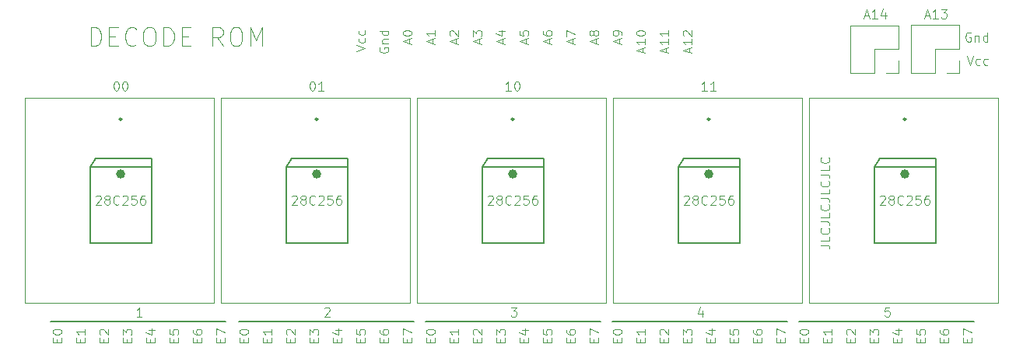
<source format=gbr>
%TF.GenerationSoftware,KiCad,Pcbnew,(6.0.0-0)*%
%TF.CreationDate,2022-01-25T13:08:08-05:00*%
%TF.ProjectId,EEPROM-Board,45455052-4f4d-42d4-926f-6172642e6b69,rev?*%
%TF.SameCoordinates,Original*%
%TF.FileFunction,Legend,Top*%
%TF.FilePolarity,Positive*%
%FSLAX46Y46*%
G04 Gerber Fmt 4.6, Leading zero omitted, Abs format (unit mm)*
G04 Created by KiCad (PCBNEW (6.0.0-0)) date 2022-01-25 13:08:08*
%MOMM*%
%LPD*%
G01*
G04 APERTURE LIST*
%ADD10C,0.100000*%
%ADD11C,0.150000*%
%ADD12C,0.120000*%
%ADD13C,0.250000*%
%ADD14C,0.500000*%
G04 APERTURE END LIST*
D10*
X189190380Y-68119047D02*
X189904666Y-68119047D01*
X190047523Y-68166666D01*
X190142761Y-68261904D01*
X190190380Y-68404761D01*
X190190380Y-68500000D01*
X190190380Y-67166666D02*
X190190380Y-67642857D01*
X189190380Y-67642857D01*
X190095142Y-66261904D02*
X190142761Y-66309523D01*
X190190380Y-66452380D01*
X190190380Y-66547619D01*
X190142761Y-66690476D01*
X190047523Y-66785714D01*
X189952285Y-66833333D01*
X189761809Y-66880952D01*
X189618952Y-66880952D01*
X189428476Y-66833333D01*
X189333238Y-66785714D01*
X189238000Y-66690476D01*
X189190380Y-66547619D01*
X189190380Y-66452380D01*
X189238000Y-66309523D01*
X189285619Y-66261904D01*
X189190380Y-65547619D02*
X189904666Y-65547619D01*
X190047523Y-65595238D01*
X190142761Y-65690476D01*
X190190380Y-65833333D01*
X190190380Y-65928571D01*
X190190380Y-64595238D02*
X190190380Y-65071428D01*
X189190380Y-65071428D01*
X190095142Y-63690476D02*
X190142761Y-63738095D01*
X190190380Y-63880952D01*
X190190380Y-63976190D01*
X190142761Y-64119047D01*
X190047523Y-64214285D01*
X189952285Y-64261904D01*
X189761809Y-64309523D01*
X189618952Y-64309523D01*
X189428476Y-64261904D01*
X189333238Y-64214285D01*
X189238000Y-64119047D01*
X189190380Y-63976190D01*
X189190380Y-63880952D01*
X189238000Y-63738095D01*
X189285619Y-63690476D01*
X189190380Y-62976190D02*
X189904666Y-62976190D01*
X190047523Y-63023809D01*
X190142761Y-63119047D01*
X190190380Y-63261904D01*
X190190380Y-63357142D01*
X190190380Y-62023809D02*
X190190380Y-62500000D01*
X189190380Y-62500000D01*
X190095142Y-61119047D02*
X190142761Y-61166666D01*
X190190380Y-61309523D01*
X190190380Y-61404761D01*
X190142761Y-61547619D01*
X190047523Y-61642857D01*
X189952285Y-61690476D01*
X189761809Y-61738095D01*
X189618952Y-61738095D01*
X189428476Y-61690476D01*
X189333238Y-61642857D01*
X189238000Y-61547619D01*
X189190380Y-61404761D01*
X189190380Y-61309523D01*
X189238000Y-61166666D01*
X189285619Y-61119047D01*
X189190380Y-60404761D02*
X189904666Y-60404761D01*
X190047523Y-60452380D01*
X190142761Y-60547619D01*
X190190380Y-60690476D01*
X190190380Y-60785714D01*
X190190380Y-59452380D02*
X190190380Y-59928571D01*
X189190380Y-59928571D01*
X190095142Y-58547619D02*
X190142761Y-58595238D01*
X190190380Y-58738095D01*
X190190380Y-58833333D01*
X190142761Y-58976190D01*
X190047523Y-59071428D01*
X189952285Y-59119047D01*
X189761809Y-59166666D01*
X189618952Y-59166666D01*
X189428476Y-59119047D01*
X189333238Y-59071428D01*
X189238000Y-58976190D01*
X189190380Y-58833333D01*
X189190380Y-58738095D01*
X189238000Y-58595238D01*
X189285619Y-58547619D01*
X138644380Y-46991190D02*
X139644380Y-46657857D01*
X138644380Y-46324523D01*
X139596761Y-45562619D02*
X139644380Y-45657857D01*
X139644380Y-45848333D01*
X139596761Y-45943571D01*
X139549142Y-45991190D01*
X139453904Y-46038809D01*
X139168190Y-46038809D01*
X139072952Y-45991190D01*
X139025333Y-45943571D01*
X138977714Y-45848333D01*
X138977714Y-45657857D01*
X139025333Y-45562619D01*
X139596761Y-44705476D02*
X139644380Y-44800714D01*
X139644380Y-44991190D01*
X139596761Y-45086428D01*
X139549142Y-45134047D01*
X139453904Y-45181666D01*
X139168190Y-45181666D01*
X139072952Y-45134047D01*
X139025333Y-45086428D01*
X138977714Y-44991190D01*
X138977714Y-44800714D01*
X139025333Y-44705476D01*
X141232000Y-46562619D02*
X141184380Y-46657857D01*
X141184380Y-46800714D01*
X141232000Y-46943571D01*
X141327238Y-47038809D01*
X141422476Y-47086428D01*
X141612952Y-47134047D01*
X141755809Y-47134047D01*
X141946285Y-47086428D01*
X142041523Y-47038809D01*
X142136761Y-46943571D01*
X142184380Y-46800714D01*
X142184380Y-46705476D01*
X142136761Y-46562619D01*
X142089142Y-46515000D01*
X141755809Y-46515000D01*
X141755809Y-46705476D01*
X141517714Y-46086428D02*
X142184380Y-46086428D01*
X141612952Y-46086428D02*
X141565333Y-46038809D01*
X141517714Y-45943571D01*
X141517714Y-45800714D01*
X141565333Y-45705476D01*
X141660571Y-45657857D01*
X142184380Y-45657857D01*
X142184380Y-44753095D02*
X141184380Y-44753095D01*
X142136761Y-44753095D02*
X142184380Y-44848333D01*
X142184380Y-45038809D01*
X142136761Y-45134047D01*
X142089142Y-45181666D01*
X141993904Y-45229285D01*
X141708190Y-45229285D01*
X141612952Y-45181666D01*
X141565333Y-45134047D01*
X141517714Y-45038809D01*
X141517714Y-44848333D01*
X141565333Y-44753095D01*
D11*
X186817000Y-76454000D02*
X205867000Y-76454000D01*
D10*
X196707095Y-74890380D02*
X196230904Y-74890380D01*
X196183285Y-75366571D01*
X196230904Y-75318952D01*
X196326142Y-75271333D01*
X196564238Y-75271333D01*
X196659476Y-75318952D01*
X196707095Y-75366571D01*
X196754714Y-75461809D01*
X196754714Y-75699904D01*
X196707095Y-75795142D01*
X196659476Y-75842761D01*
X196564238Y-75890380D01*
X196326142Y-75890380D01*
X196230904Y-75842761D01*
X196183285Y-75795142D01*
D11*
X166497000Y-76454000D02*
X185547000Y-76454000D01*
D10*
X176339476Y-75223714D02*
X176339476Y-75890380D01*
X176101380Y-74842761D02*
X175863285Y-75557047D01*
X176482333Y-75557047D01*
D11*
X146177000Y-76454000D02*
X165227000Y-76454000D01*
D10*
X155495666Y-74890380D02*
X156114714Y-74890380D01*
X155781380Y-75271333D01*
X155924238Y-75271333D01*
X156019476Y-75318952D01*
X156067095Y-75366571D01*
X156114714Y-75461809D01*
X156114714Y-75699904D01*
X156067095Y-75795142D01*
X156019476Y-75842761D01*
X155924238Y-75890380D01*
X155638523Y-75890380D01*
X155543285Y-75842761D01*
X155495666Y-75795142D01*
D11*
X125857000Y-76454000D02*
X144907000Y-76454000D01*
D10*
X135223285Y-74985619D02*
X135270904Y-74938000D01*
X135366142Y-74890380D01*
X135604238Y-74890380D01*
X135699476Y-74938000D01*
X135747095Y-74985619D01*
X135794714Y-75080857D01*
X135794714Y-75176095D01*
X135747095Y-75318952D01*
X135175666Y-75890380D01*
X135794714Y-75890380D01*
X115347714Y-75890380D02*
X114776285Y-75890380D01*
X115062000Y-75890380D02*
X115062000Y-74890380D01*
X114966761Y-75033238D01*
X114871523Y-75128476D01*
X114776285Y-75176095D01*
D11*
X105410000Y-76454000D02*
X124460000Y-76454000D01*
D10*
X202620571Y-78690904D02*
X202620571Y-78357571D01*
X203144380Y-78214714D02*
X203144380Y-78690904D01*
X202144380Y-78690904D01*
X202144380Y-78214714D01*
X202144380Y-77357571D02*
X202144380Y-77548047D01*
X202192000Y-77643285D01*
X202239619Y-77690904D01*
X202382476Y-77786142D01*
X202572952Y-77833761D01*
X202953904Y-77833761D01*
X203049142Y-77786142D01*
X203096761Y-77738523D01*
X203144380Y-77643285D01*
X203144380Y-77452809D01*
X203096761Y-77357571D01*
X203049142Y-77309952D01*
X202953904Y-77262333D01*
X202715809Y-77262333D01*
X202620571Y-77309952D01*
X202572952Y-77357571D01*
X202525333Y-77452809D01*
X202525333Y-77643285D01*
X202572952Y-77738523D01*
X202620571Y-77786142D01*
X202715809Y-77833761D01*
X205160571Y-78690904D02*
X205160571Y-78357571D01*
X205684380Y-78214714D02*
X205684380Y-78690904D01*
X204684380Y-78690904D01*
X204684380Y-78214714D01*
X204684380Y-77881380D02*
X204684380Y-77214714D01*
X205684380Y-77643285D01*
X197540571Y-78690904D02*
X197540571Y-78357571D01*
X198064380Y-78214714D02*
X198064380Y-78690904D01*
X197064380Y-78690904D01*
X197064380Y-78214714D01*
X197397714Y-77357571D02*
X198064380Y-77357571D01*
X197016761Y-77595666D02*
X197731047Y-77833761D01*
X197731047Y-77214714D01*
X195000571Y-78690904D02*
X195000571Y-78357571D01*
X195524380Y-78214714D02*
X195524380Y-78690904D01*
X194524380Y-78690904D01*
X194524380Y-78214714D01*
X194524380Y-77881380D02*
X194524380Y-77262333D01*
X194905333Y-77595666D01*
X194905333Y-77452809D01*
X194952952Y-77357571D01*
X195000571Y-77309952D01*
X195095809Y-77262333D01*
X195333904Y-77262333D01*
X195429142Y-77309952D01*
X195476761Y-77357571D01*
X195524380Y-77452809D01*
X195524380Y-77738523D01*
X195476761Y-77833761D01*
X195429142Y-77881380D01*
X189920571Y-78690904D02*
X189920571Y-78357571D01*
X190444380Y-78214714D02*
X190444380Y-78690904D01*
X189444380Y-78690904D01*
X189444380Y-78214714D01*
X190444380Y-77262333D02*
X190444380Y-77833761D01*
X190444380Y-77548047D02*
X189444380Y-77548047D01*
X189587238Y-77643285D01*
X189682476Y-77738523D01*
X189730095Y-77833761D01*
X192460571Y-78690904D02*
X192460571Y-78357571D01*
X192984380Y-78214714D02*
X192984380Y-78690904D01*
X191984380Y-78690904D01*
X191984380Y-78214714D01*
X192079619Y-77833761D02*
X192032000Y-77786142D01*
X191984380Y-77690904D01*
X191984380Y-77452809D01*
X192032000Y-77357571D01*
X192079619Y-77309952D01*
X192174857Y-77262333D01*
X192270095Y-77262333D01*
X192412952Y-77309952D01*
X192984380Y-77881380D01*
X192984380Y-77262333D01*
X187380571Y-78690904D02*
X187380571Y-78357571D01*
X187904380Y-78214714D02*
X187904380Y-78690904D01*
X186904380Y-78690904D01*
X186904380Y-78214714D01*
X186904380Y-77595666D02*
X186904380Y-77500428D01*
X186952000Y-77405190D01*
X186999619Y-77357571D01*
X187094857Y-77309952D01*
X187285333Y-77262333D01*
X187523428Y-77262333D01*
X187713904Y-77309952D01*
X187809142Y-77357571D01*
X187856761Y-77405190D01*
X187904380Y-77500428D01*
X187904380Y-77595666D01*
X187856761Y-77690904D01*
X187809142Y-77738523D01*
X187713904Y-77786142D01*
X187523428Y-77833761D01*
X187285333Y-77833761D01*
X187094857Y-77786142D01*
X186999619Y-77738523D01*
X186952000Y-77690904D01*
X186904380Y-77595666D01*
X200080571Y-78690904D02*
X200080571Y-78357571D01*
X200604380Y-78214714D02*
X200604380Y-78690904D01*
X199604380Y-78690904D01*
X199604380Y-78214714D01*
X199604380Y-77309952D02*
X199604380Y-77786142D01*
X200080571Y-77833761D01*
X200032952Y-77786142D01*
X199985333Y-77690904D01*
X199985333Y-77452809D01*
X200032952Y-77357571D01*
X200080571Y-77309952D01*
X200175809Y-77262333D01*
X200413904Y-77262333D01*
X200509142Y-77309952D01*
X200556761Y-77357571D01*
X200604380Y-77452809D01*
X200604380Y-77690904D01*
X200556761Y-77786142D01*
X200509142Y-77833761D01*
X177220571Y-78690904D02*
X177220571Y-78357571D01*
X177744380Y-78214714D02*
X177744380Y-78690904D01*
X176744380Y-78690904D01*
X176744380Y-78214714D01*
X177077714Y-77357571D02*
X177744380Y-77357571D01*
X176696761Y-77595666D02*
X177411047Y-77833761D01*
X177411047Y-77214714D01*
X174680571Y-78690904D02*
X174680571Y-78357571D01*
X175204380Y-78214714D02*
X175204380Y-78690904D01*
X174204380Y-78690904D01*
X174204380Y-78214714D01*
X174204380Y-77881380D02*
X174204380Y-77262333D01*
X174585333Y-77595666D01*
X174585333Y-77452809D01*
X174632952Y-77357571D01*
X174680571Y-77309952D01*
X174775809Y-77262333D01*
X175013904Y-77262333D01*
X175109142Y-77309952D01*
X175156761Y-77357571D01*
X175204380Y-77452809D01*
X175204380Y-77738523D01*
X175156761Y-77833761D01*
X175109142Y-77881380D01*
X184840571Y-78690904D02*
X184840571Y-78357571D01*
X185364380Y-78214714D02*
X185364380Y-78690904D01*
X184364380Y-78690904D01*
X184364380Y-78214714D01*
X184364380Y-77881380D02*
X184364380Y-77214714D01*
X185364380Y-77643285D01*
X172140571Y-78690904D02*
X172140571Y-78357571D01*
X172664380Y-78214714D02*
X172664380Y-78690904D01*
X171664380Y-78690904D01*
X171664380Y-78214714D01*
X171759619Y-77833761D02*
X171712000Y-77786142D01*
X171664380Y-77690904D01*
X171664380Y-77452809D01*
X171712000Y-77357571D01*
X171759619Y-77309952D01*
X171854857Y-77262333D01*
X171950095Y-77262333D01*
X172092952Y-77309952D01*
X172664380Y-77881380D01*
X172664380Y-77262333D01*
X167060571Y-78690904D02*
X167060571Y-78357571D01*
X167584380Y-78214714D02*
X167584380Y-78690904D01*
X166584380Y-78690904D01*
X166584380Y-78214714D01*
X166584380Y-77595666D02*
X166584380Y-77500428D01*
X166632000Y-77405190D01*
X166679619Y-77357571D01*
X166774857Y-77309952D01*
X166965333Y-77262333D01*
X167203428Y-77262333D01*
X167393904Y-77309952D01*
X167489142Y-77357571D01*
X167536761Y-77405190D01*
X167584380Y-77500428D01*
X167584380Y-77595666D01*
X167536761Y-77690904D01*
X167489142Y-77738523D01*
X167393904Y-77786142D01*
X167203428Y-77833761D01*
X166965333Y-77833761D01*
X166774857Y-77786142D01*
X166679619Y-77738523D01*
X166632000Y-77690904D01*
X166584380Y-77595666D01*
X179760571Y-78690904D02*
X179760571Y-78357571D01*
X180284380Y-78214714D02*
X180284380Y-78690904D01*
X179284380Y-78690904D01*
X179284380Y-78214714D01*
X179284380Y-77309952D02*
X179284380Y-77786142D01*
X179760571Y-77833761D01*
X179712952Y-77786142D01*
X179665333Y-77690904D01*
X179665333Y-77452809D01*
X179712952Y-77357571D01*
X179760571Y-77309952D01*
X179855809Y-77262333D01*
X180093904Y-77262333D01*
X180189142Y-77309952D01*
X180236761Y-77357571D01*
X180284380Y-77452809D01*
X180284380Y-77690904D01*
X180236761Y-77786142D01*
X180189142Y-77833761D01*
X182300571Y-78690904D02*
X182300571Y-78357571D01*
X182824380Y-78214714D02*
X182824380Y-78690904D01*
X181824380Y-78690904D01*
X181824380Y-78214714D01*
X181824380Y-77357571D02*
X181824380Y-77548047D01*
X181872000Y-77643285D01*
X181919619Y-77690904D01*
X182062476Y-77786142D01*
X182252952Y-77833761D01*
X182633904Y-77833761D01*
X182729142Y-77786142D01*
X182776761Y-77738523D01*
X182824380Y-77643285D01*
X182824380Y-77452809D01*
X182776761Y-77357571D01*
X182729142Y-77309952D01*
X182633904Y-77262333D01*
X182395809Y-77262333D01*
X182300571Y-77309952D01*
X182252952Y-77357571D01*
X182205333Y-77452809D01*
X182205333Y-77643285D01*
X182252952Y-77738523D01*
X182300571Y-77786142D01*
X182395809Y-77833761D01*
X169600571Y-78690904D02*
X169600571Y-78357571D01*
X170124380Y-78214714D02*
X170124380Y-78690904D01*
X169124380Y-78690904D01*
X169124380Y-78214714D01*
X170124380Y-77262333D02*
X170124380Y-77833761D01*
X170124380Y-77548047D02*
X169124380Y-77548047D01*
X169267238Y-77643285D01*
X169362476Y-77738523D01*
X169410095Y-77833761D01*
X156900571Y-78690904D02*
X156900571Y-78357571D01*
X157424380Y-78214714D02*
X157424380Y-78690904D01*
X156424380Y-78690904D01*
X156424380Y-78214714D01*
X156757714Y-77357571D02*
X157424380Y-77357571D01*
X156376761Y-77595666D02*
X157091047Y-77833761D01*
X157091047Y-77214714D01*
X154360571Y-78690904D02*
X154360571Y-78357571D01*
X154884380Y-78214714D02*
X154884380Y-78690904D01*
X153884380Y-78690904D01*
X153884380Y-78214714D01*
X153884380Y-77881380D02*
X153884380Y-77262333D01*
X154265333Y-77595666D01*
X154265333Y-77452809D01*
X154312952Y-77357571D01*
X154360571Y-77309952D01*
X154455809Y-77262333D01*
X154693904Y-77262333D01*
X154789142Y-77309952D01*
X154836761Y-77357571D01*
X154884380Y-77452809D01*
X154884380Y-77738523D01*
X154836761Y-77833761D01*
X154789142Y-77881380D01*
X164520571Y-78690904D02*
X164520571Y-78357571D01*
X165044380Y-78214714D02*
X165044380Y-78690904D01*
X164044380Y-78690904D01*
X164044380Y-78214714D01*
X164044380Y-77881380D02*
X164044380Y-77214714D01*
X165044380Y-77643285D01*
X151820571Y-78690904D02*
X151820571Y-78357571D01*
X152344380Y-78214714D02*
X152344380Y-78690904D01*
X151344380Y-78690904D01*
X151344380Y-78214714D01*
X151439619Y-77833761D02*
X151392000Y-77786142D01*
X151344380Y-77690904D01*
X151344380Y-77452809D01*
X151392000Y-77357571D01*
X151439619Y-77309952D01*
X151534857Y-77262333D01*
X151630095Y-77262333D01*
X151772952Y-77309952D01*
X152344380Y-77881380D01*
X152344380Y-77262333D01*
X146740571Y-78690904D02*
X146740571Y-78357571D01*
X147264380Y-78214714D02*
X147264380Y-78690904D01*
X146264380Y-78690904D01*
X146264380Y-78214714D01*
X146264380Y-77595666D02*
X146264380Y-77500428D01*
X146312000Y-77405190D01*
X146359619Y-77357571D01*
X146454857Y-77309952D01*
X146645333Y-77262333D01*
X146883428Y-77262333D01*
X147073904Y-77309952D01*
X147169142Y-77357571D01*
X147216761Y-77405190D01*
X147264380Y-77500428D01*
X147264380Y-77595666D01*
X147216761Y-77690904D01*
X147169142Y-77738523D01*
X147073904Y-77786142D01*
X146883428Y-77833761D01*
X146645333Y-77833761D01*
X146454857Y-77786142D01*
X146359619Y-77738523D01*
X146312000Y-77690904D01*
X146264380Y-77595666D01*
X159440571Y-78690904D02*
X159440571Y-78357571D01*
X159964380Y-78214714D02*
X159964380Y-78690904D01*
X158964380Y-78690904D01*
X158964380Y-78214714D01*
X158964380Y-77309952D02*
X158964380Y-77786142D01*
X159440571Y-77833761D01*
X159392952Y-77786142D01*
X159345333Y-77690904D01*
X159345333Y-77452809D01*
X159392952Y-77357571D01*
X159440571Y-77309952D01*
X159535809Y-77262333D01*
X159773904Y-77262333D01*
X159869142Y-77309952D01*
X159916761Y-77357571D01*
X159964380Y-77452809D01*
X159964380Y-77690904D01*
X159916761Y-77786142D01*
X159869142Y-77833761D01*
X161980571Y-78690904D02*
X161980571Y-78357571D01*
X162504380Y-78214714D02*
X162504380Y-78690904D01*
X161504380Y-78690904D01*
X161504380Y-78214714D01*
X161504380Y-77357571D02*
X161504380Y-77548047D01*
X161552000Y-77643285D01*
X161599619Y-77690904D01*
X161742476Y-77786142D01*
X161932952Y-77833761D01*
X162313904Y-77833761D01*
X162409142Y-77786142D01*
X162456761Y-77738523D01*
X162504380Y-77643285D01*
X162504380Y-77452809D01*
X162456761Y-77357571D01*
X162409142Y-77309952D01*
X162313904Y-77262333D01*
X162075809Y-77262333D01*
X161980571Y-77309952D01*
X161932952Y-77357571D01*
X161885333Y-77452809D01*
X161885333Y-77643285D01*
X161932952Y-77738523D01*
X161980571Y-77786142D01*
X162075809Y-77833761D01*
X149280571Y-78690904D02*
X149280571Y-78357571D01*
X149804380Y-78214714D02*
X149804380Y-78690904D01*
X148804380Y-78690904D01*
X148804380Y-78214714D01*
X149804380Y-77262333D02*
X149804380Y-77833761D01*
X149804380Y-77548047D02*
X148804380Y-77548047D01*
X148947238Y-77643285D01*
X149042476Y-77738523D01*
X149090095Y-77833761D01*
X126420571Y-78690904D02*
X126420571Y-78357571D01*
X126944380Y-78214714D02*
X126944380Y-78690904D01*
X125944380Y-78690904D01*
X125944380Y-78214714D01*
X125944380Y-77595666D02*
X125944380Y-77500428D01*
X125992000Y-77405190D01*
X126039619Y-77357571D01*
X126134857Y-77309952D01*
X126325333Y-77262333D01*
X126563428Y-77262333D01*
X126753904Y-77309952D01*
X126849142Y-77357571D01*
X126896761Y-77405190D01*
X126944380Y-77500428D01*
X126944380Y-77595666D01*
X126896761Y-77690904D01*
X126849142Y-77738523D01*
X126753904Y-77786142D01*
X126563428Y-77833761D01*
X126325333Y-77833761D01*
X126134857Y-77786142D01*
X126039619Y-77738523D01*
X125992000Y-77690904D01*
X125944380Y-77595666D01*
X134040571Y-78690904D02*
X134040571Y-78357571D01*
X134564380Y-78214714D02*
X134564380Y-78690904D01*
X133564380Y-78690904D01*
X133564380Y-78214714D01*
X133564380Y-77881380D02*
X133564380Y-77262333D01*
X133945333Y-77595666D01*
X133945333Y-77452809D01*
X133992952Y-77357571D01*
X134040571Y-77309952D01*
X134135809Y-77262333D01*
X134373904Y-77262333D01*
X134469142Y-77309952D01*
X134516761Y-77357571D01*
X134564380Y-77452809D01*
X134564380Y-77738523D01*
X134516761Y-77833761D01*
X134469142Y-77881380D01*
X141660571Y-78690904D02*
X141660571Y-78357571D01*
X142184380Y-78214714D02*
X142184380Y-78690904D01*
X141184380Y-78690904D01*
X141184380Y-78214714D01*
X141184380Y-77357571D02*
X141184380Y-77548047D01*
X141232000Y-77643285D01*
X141279619Y-77690904D01*
X141422476Y-77786142D01*
X141612952Y-77833761D01*
X141993904Y-77833761D01*
X142089142Y-77786142D01*
X142136761Y-77738523D01*
X142184380Y-77643285D01*
X142184380Y-77452809D01*
X142136761Y-77357571D01*
X142089142Y-77309952D01*
X141993904Y-77262333D01*
X141755809Y-77262333D01*
X141660571Y-77309952D01*
X141612952Y-77357571D01*
X141565333Y-77452809D01*
X141565333Y-77643285D01*
X141612952Y-77738523D01*
X141660571Y-77786142D01*
X141755809Y-77833761D01*
X144200571Y-78690904D02*
X144200571Y-78357571D01*
X144724380Y-78214714D02*
X144724380Y-78690904D01*
X143724380Y-78690904D01*
X143724380Y-78214714D01*
X143724380Y-77881380D02*
X143724380Y-77214714D01*
X144724380Y-77643285D01*
X139120571Y-78690904D02*
X139120571Y-78357571D01*
X139644380Y-78214714D02*
X139644380Y-78690904D01*
X138644380Y-78690904D01*
X138644380Y-78214714D01*
X138644380Y-77309952D02*
X138644380Y-77786142D01*
X139120571Y-77833761D01*
X139072952Y-77786142D01*
X139025333Y-77690904D01*
X139025333Y-77452809D01*
X139072952Y-77357571D01*
X139120571Y-77309952D01*
X139215809Y-77262333D01*
X139453904Y-77262333D01*
X139549142Y-77309952D01*
X139596761Y-77357571D01*
X139644380Y-77452809D01*
X139644380Y-77690904D01*
X139596761Y-77786142D01*
X139549142Y-77833761D01*
X128960571Y-78690904D02*
X128960571Y-78357571D01*
X129484380Y-78214714D02*
X129484380Y-78690904D01*
X128484380Y-78690904D01*
X128484380Y-78214714D01*
X129484380Y-77262333D02*
X129484380Y-77833761D01*
X129484380Y-77548047D02*
X128484380Y-77548047D01*
X128627238Y-77643285D01*
X128722476Y-77738523D01*
X128770095Y-77833761D01*
X136580571Y-78690904D02*
X136580571Y-78357571D01*
X137104380Y-78214714D02*
X137104380Y-78690904D01*
X136104380Y-78690904D01*
X136104380Y-78214714D01*
X136437714Y-77357571D02*
X137104380Y-77357571D01*
X136056761Y-77595666D02*
X136771047Y-77833761D01*
X136771047Y-77214714D01*
X131500571Y-78690904D02*
X131500571Y-78357571D01*
X132024380Y-78214714D02*
X132024380Y-78690904D01*
X131024380Y-78690904D01*
X131024380Y-78214714D01*
X131119619Y-77833761D02*
X131072000Y-77786142D01*
X131024380Y-77690904D01*
X131024380Y-77452809D01*
X131072000Y-77357571D01*
X131119619Y-77309952D01*
X131214857Y-77262333D01*
X131310095Y-77262333D01*
X131452952Y-77309952D01*
X132024380Y-77881380D01*
X132024380Y-77262333D01*
X123880571Y-78690904D02*
X123880571Y-78357571D01*
X124404380Y-78214714D02*
X124404380Y-78690904D01*
X123404380Y-78690904D01*
X123404380Y-78214714D01*
X123404380Y-77881380D02*
X123404380Y-77214714D01*
X124404380Y-77643285D01*
X121340571Y-78690904D02*
X121340571Y-78357571D01*
X121864380Y-78214714D02*
X121864380Y-78690904D01*
X120864380Y-78690904D01*
X120864380Y-78214714D01*
X120864380Y-77357571D02*
X120864380Y-77548047D01*
X120912000Y-77643285D01*
X120959619Y-77690904D01*
X121102476Y-77786142D01*
X121292952Y-77833761D01*
X121673904Y-77833761D01*
X121769142Y-77786142D01*
X121816761Y-77738523D01*
X121864380Y-77643285D01*
X121864380Y-77452809D01*
X121816761Y-77357571D01*
X121769142Y-77309952D01*
X121673904Y-77262333D01*
X121435809Y-77262333D01*
X121340571Y-77309952D01*
X121292952Y-77357571D01*
X121245333Y-77452809D01*
X121245333Y-77643285D01*
X121292952Y-77738523D01*
X121340571Y-77786142D01*
X121435809Y-77833761D01*
X118800571Y-78690904D02*
X118800571Y-78357571D01*
X119324380Y-78214714D02*
X119324380Y-78690904D01*
X118324380Y-78690904D01*
X118324380Y-78214714D01*
X118324380Y-77309952D02*
X118324380Y-77786142D01*
X118800571Y-77833761D01*
X118752952Y-77786142D01*
X118705333Y-77690904D01*
X118705333Y-77452809D01*
X118752952Y-77357571D01*
X118800571Y-77309952D01*
X118895809Y-77262333D01*
X119133904Y-77262333D01*
X119229142Y-77309952D01*
X119276761Y-77357571D01*
X119324380Y-77452809D01*
X119324380Y-77690904D01*
X119276761Y-77786142D01*
X119229142Y-77833761D01*
X116260571Y-78690904D02*
X116260571Y-78357571D01*
X116784380Y-78214714D02*
X116784380Y-78690904D01*
X115784380Y-78690904D01*
X115784380Y-78214714D01*
X116117714Y-77357571D02*
X116784380Y-77357571D01*
X115736761Y-77595666D02*
X116451047Y-77833761D01*
X116451047Y-77214714D01*
X113720571Y-78690904D02*
X113720571Y-78357571D01*
X114244380Y-78214714D02*
X114244380Y-78690904D01*
X113244380Y-78690904D01*
X113244380Y-78214714D01*
X113244380Y-77881380D02*
X113244380Y-77262333D01*
X113625333Y-77595666D01*
X113625333Y-77452809D01*
X113672952Y-77357571D01*
X113720571Y-77309952D01*
X113815809Y-77262333D01*
X114053904Y-77262333D01*
X114149142Y-77309952D01*
X114196761Y-77357571D01*
X114244380Y-77452809D01*
X114244380Y-77738523D01*
X114196761Y-77833761D01*
X114149142Y-77881380D01*
X111180571Y-78690904D02*
X111180571Y-78357571D01*
X111704380Y-78214714D02*
X111704380Y-78690904D01*
X110704380Y-78690904D01*
X110704380Y-78214714D01*
X110799619Y-77833761D02*
X110752000Y-77786142D01*
X110704380Y-77690904D01*
X110704380Y-77452809D01*
X110752000Y-77357571D01*
X110799619Y-77309952D01*
X110894857Y-77262333D01*
X110990095Y-77262333D01*
X111132952Y-77309952D01*
X111704380Y-77881380D01*
X111704380Y-77262333D01*
X108640571Y-78690904D02*
X108640571Y-78357571D01*
X109164380Y-78214714D02*
X109164380Y-78690904D01*
X108164380Y-78690904D01*
X108164380Y-78214714D01*
X109164380Y-77262333D02*
X109164380Y-77833761D01*
X109164380Y-77548047D02*
X108164380Y-77548047D01*
X108307238Y-77643285D01*
X108402476Y-77738523D01*
X108450095Y-77833761D01*
X106100571Y-78690904D02*
X106100571Y-78357571D01*
X106624380Y-78214714D02*
X106624380Y-78690904D01*
X105624380Y-78690904D01*
X105624380Y-78214714D01*
X105624380Y-77595666D02*
X105624380Y-77500428D01*
X105672000Y-77405190D01*
X105719619Y-77357571D01*
X105814857Y-77309952D01*
X106005333Y-77262333D01*
X106243428Y-77262333D01*
X106433904Y-77309952D01*
X106529142Y-77357571D01*
X106576761Y-77405190D01*
X106624380Y-77500428D01*
X106624380Y-77595666D01*
X106576761Y-77690904D01*
X106529142Y-77738523D01*
X106433904Y-77786142D01*
X106243428Y-77833761D01*
X106005333Y-77833761D01*
X105814857Y-77786142D01*
X105719619Y-77738523D01*
X105672000Y-77690904D01*
X105624380Y-77595666D01*
X205138238Y-47458380D02*
X205471571Y-48458380D01*
X205804904Y-47458380D01*
X206566809Y-48410761D02*
X206471571Y-48458380D01*
X206281095Y-48458380D01*
X206185857Y-48410761D01*
X206138238Y-48363142D01*
X206090619Y-48267904D01*
X206090619Y-47982190D01*
X206138238Y-47886952D01*
X206185857Y-47839333D01*
X206281095Y-47791714D01*
X206471571Y-47791714D01*
X206566809Y-47839333D01*
X207423952Y-48410761D02*
X207328714Y-48458380D01*
X207138238Y-48458380D01*
X207043000Y-48410761D01*
X206995380Y-48363142D01*
X206947761Y-48267904D01*
X206947761Y-47982190D01*
X206995380Y-47886952D01*
X207043000Y-47839333D01*
X207138238Y-47791714D01*
X207328714Y-47791714D01*
X207423952Y-47839333D01*
X205550904Y-44966000D02*
X205455666Y-44918380D01*
X205312809Y-44918380D01*
X205169952Y-44966000D01*
X205074714Y-45061238D01*
X205027095Y-45156476D01*
X204979476Y-45346952D01*
X204979476Y-45489809D01*
X205027095Y-45680285D01*
X205074714Y-45775523D01*
X205169952Y-45870761D01*
X205312809Y-45918380D01*
X205408047Y-45918380D01*
X205550904Y-45870761D01*
X205598523Y-45823142D01*
X205598523Y-45489809D01*
X205408047Y-45489809D01*
X206027095Y-45251714D02*
X206027095Y-45918380D01*
X206027095Y-45346952D02*
X206074714Y-45299333D01*
X206169952Y-45251714D01*
X206312809Y-45251714D01*
X206408047Y-45299333D01*
X206455666Y-45394571D01*
X206455666Y-45918380D01*
X207360428Y-45918380D02*
X207360428Y-44918380D01*
X207360428Y-45870761D02*
X207265190Y-45918380D01*
X207074714Y-45918380D01*
X206979476Y-45870761D01*
X206931857Y-45823142D01*
X206884238Y-45727904D01*
X206884238Y-45442190D01*
X206931857Y-45346952D01*
X206979476Y-45299333D01*
X207074714Y-45251714D01*
X207265190Y-45251714D01*
X207360428Y-45299333D01*
X176847523Y-51252380D02*
X176276095Y-51252380D01*
X176561809Y-51252380D02*
X176561809Y-50252380D01*
X176466571Y-50395238D01*
X176371333Y-50490476D01*
X176276095Y-50538095D01*
X177799904Y-51252380D02*
X177228476Y-51252380D01*
X177514190Y-51252380D02*
X177514190Y-50252380D01*
X177418952Y-50395238D01*
X177323714Y-50490476D01*
X177228476Y-50538095D01*
X155511523Y-51252380D02*
X154940095Y-51252380D01*
X155225809Y-51252380D02*
X155225809Y-50252380D01*
X155130571Y-50395238D01*
X155035333Y-50490476D01*
X154940095Y-50538095D01*
X156130571Y-50252380D02*
X156225809Y-50252380D01*
X156321047Y-50300000D01*
X156368666Y-50347619D01*
X156416285Y-50442857D01*
X156463904Y-50633333D01*
X156463904Y-50871428D01*
X156416285Y-51061904D01*
X156368666Y-51157142D01*
X156321047Y-51204761D01*
X156225809Y-51252380D01*
X156130571Y-51252380D01*
X156035333Y-51204761D01*
X155987714Y-51157142D01*
X155940095Y-51061904D01*
X155892476Y-50871428D01*
X155892476Y-50633333D01*
X155940095Y-50442857D01*
X155987714Y-50347619D01*
X156035333Y-50300000D01*
X156130571Y-50252380D01*
X133842190Y-50252380D02*
X133937428Y-50252380D01*
X134032666Y-50300000D01*
X134080285Y-50347619D01*
X134127904Y-50442857D01*
X134175523Y-50633333D01*
X134175523Y-50871428D01*
X134127904Y-51061904D01*
X134080285Y-51157142D01*
X134032666Y-51204761D01*
X133937428Y-51252380D01*
X133842190Y-51252380D01*
X133746952Y-51204761D01*
X133699333Y-51157142D01*
X133651714Y-51061904D01*
X133604095Y-50871428D01*
X133604095Y-50633333D01*
X133651714Y-50442857D01*
X133699333Y-50347619D01*
X133746952Y-50300000D01*
X133842190Y-50252380D01*
X135127904Y-51252380D02*
X134556476Y-51252380D01*
X134842190Y-51252380D02*
X134842190Y-50252380D01*
X134746952Y-50395238D01*
X134651714Y-50490476D01*
X134556476Y-50538095D01*
X112506190Y-50252380D02*
X112601428Y-50252380D01*
X112696666Y-50300000D01*
X112744285Y-50347619D01*
X112791904Y-50442857D01*
X112839523Y-50633333D01*
X112839523Y-50871428D01*
X112791904Y-51061904D01*
X112744285Y-51157142D01*
X112696666Y-51204761D01*
X112601428Y-51252380D01*
X112506190Y-51252380D01*
X112410952Y-51204761D01*
X112363333Y-51157142D01*
X112315714Y-51061904D01*
X112268095Y-50871428D01*
X112268095Y-50633333D01*
X112315714Y-50442857D01*
X112363333Y-50347619D01*
X112410952Y-50300000D01*
X112506190Y-50252380D01*
X113458571Y-50252380D02*
X113553809Y-50252380D01*
X113649047Y-50300000D01*
X113696666Y-50347619D01*
X113744285Y-50442857D01*
X113791904Y-50633333D01*
X113791904Y-50871428D01*
X113744285Y-51061904D01*
X113696666Y-51157142D01*
X113649047Y-51204761D01*
X113553809Y-51252380D01*
X113458571Y-51252380D01*
X113363333Y-51204761D01*
X113315714Y-51157142D01*
X113268095Y-51061904D01*
X113220476Y-50871428D01*
X113220476Y-50633333D01*
X113268095Y-50442857D01*
X113315714Y-50347619D01*
X113363333Y-50300000D01*
X113458571Y-50252380D01*
X193959571Y-43092666D02*
X194435761Y-43092666D01*
X193864333Y-43378380D02*
X194197666Y-42378380D01*
X194531000Y-43378380D01*
X195388142Y-43378380D02*
X194816714Y-43378380D01*
X195102428Y-43378380D02*
X195102428Y-42378380D01*
X195007190Y-42521238D01*
X194911952Y-42616476D01*
X194816714Y-42664095D01*
X196245285Y-42711714D02*
X196245285Y-43378380D01*
X196007190Y-42330761D02*
X195769095Y-43045047D01*
X196388142Y-43045047D01*
X200563571Y-43092666D02*
X201039761Y-43092666D01*
X200468333Y-43378380D02*
X200801666Y-42378380D01*
X201135000Y-43378380D01*
X201992142Y-43378380D02*
X201420714Y-43378380D01*
X201706428Y-43378380D02*
X201706428Y-42378380D01*
X201611190Y-42521238D01*
X201515952Y-42616476D01*
X201420714Y-42664095D01*
X202325476Y-42378380D02*
X202944523Y-42378380D01*
X202611190Y-42759333D01*
X202754047Y-42759333D01*
X202849285Y-42806952D01*
X202896904Y-42854571D01*
X202944523Y-42949809D01*
X202944523Y-43187904D01*
X202896904Y-43283142D01*
X202849285Y-43330761D01*
X202754047Y-43378380D01*
X202468333Y-43378380D01*
X202373095Y-43330761D01*
X202325476Y-43283142D01*
X174918666Y-47086428D02*
X174918666Y-46610238D01*
X175204380Y-47181666D02*
X174204380Y-46848333D01*
X175204380Y-46515000D01*
X175204380Y-45657857D02*
X175204380Y-46229285D01*
X175204380Y-45943571D02*
X174204380Y-45943571D01*
X174347238Y-46038809D01*
X174442476Y-46134047D01*
X174490095Y-46229285D01*
X174299619Y-45276904D02*
X174252000Y-45229285D01*
X174204380Y-45134047D01*
X174204380Y-44895952D01*
X174252000Y-44800714D01*
X174299619Y-44753095D01*
X174394857Y-44705476D01*
X174490095Y-44705476D01*
X174632952Y-44753095D01*
X175204380Y-45324523D01*
X175204380Y-44705476D01*
X172378666Y-47086428D02*
X172378666Y-46610238D01*
X172664380Y-47181666D02*
X171664380Y-46848333D01*
X172664380Y-46515000D01*
X172664380Y-45657857D02*
X172664380Y-46229285D01*
X172664380Y-45943571D02*
X171664380Y-45943571D01*
X171807238Y-46038809D01*
X171902476Y-46134047D01*
X171950095Y-46229285D01*
X172664380Y-44705476D02*
X172664380Y-45276904D01*
X172664380Y-44991190D02*
X171664380Y-44991190D01*
X171807238Y-45086428D01*
X171902476Y-45181666D01*
X171950095Y-45276904D01*
X169838666Y-47086428D02*
X169838666Y-46610238D01*
X170124380Y-47181666D02*
X169124380Y-46848333D01*
X170124380Y-46515000D01*
X170124380Y-45657857D02*
X170124380Y-46229285D01*
X170124380Y-45943571D02*
X169124380Y-45943571D01*
X169267238Y-46038809D01*
X169362476Y-46134047D01*
X169410095Y-46229285D01*
X169124380Y-45038809D02*
X169124380Y-44943571D01*
X169172000Y-44848333D01*
X169219619Y-44800714D01*
X169314857Y-44753095D01*
X169505333Y-44705476D01*
X169743428Y-44705476D01*
X169933904Y-44753095D01*
X170029142Y-44800714D01*
X170076761Y-44848333D01*
X170124380Y-44943571D01*
X170124380Y-45038809D01*
X170076761Y-45134047D01*
X170029142Y-45181666D01*
X169933904Y-45229285D01*
X169743428Y-45276904D01*
X169505333Y-45276904D01*
X169314857Y-45229285D01*
X169219619Y-45181666D01*
X169172000Y-45134047D01*
X169124380Y-45038809D01*
X167298666Y-46134047D02*
X167298666Y-45657857D01*
X167584380Y-46229285D02*
X166584380Y-45895952D01*
X167584380Y-45562619D01*
X167584380Y-45181666D02*
X167584380Y-44991190D01*
X167536761Y-44895952D01*
X167489142Y-44848333D01*
X167346285Y-44753095D01*
X167155809Y-44705476D01*
X166774857Y-44705476D01*
X166679619Y-44753095D01*
X166632000Y-44800714D01*
X166584380Y-44895952D01*
X166584380Y-45086428D01*
X166632000Y-45181666D01*
X166679619Y-45229285D01*
X166774857Y-45276904D01*
X167012952Y-45276904D01*
X167108190Y-45229285D01*
X167155809Y-45181666D01*
X167203428Y-45086428D01*
X167203428Y-44895952D01*
X167155809Y-44800714D01*
X167108190Y-44753095D01*
X167012952Y-44705476D01*
X164758666Y-46134047D02*
X164758666Y-45657857D01*
X165044380Y-46229285D02*
X164044380Y-45895952D01*
X165044380Y-45562619D01*
X164472952Y-45086428D02*
X164425333Y-45181666D01*
X164377714Y-45229285D01*
X164282476Y-45276904D01*
X164234857Y-45276904D01*
X164139619Y-45229285D01*
X164092000Y-45181666D01*
X164044380Y-45086428D01*
X164044380Y-44895952D01*
X164092000Y-44800714D01*
X164139619Y-44753095D01*
X164234857Y-44705476D01*
X164282476Y-44705476D01*
X164377714Y-44753095D01*
X164425333Y-44800714D01*
X164472952Y-44895952D01*
X164472952Y-45086428D01*
X164520571Y-45181666D01*
X164568190Y-45229285D01*
X164663428Y-45276904D01*
X164853904Y-45276904D01*
X164949142Y-45229285D01*
X164996761Y-45181666D01*
X165044380Y-45086428D01*
X165044380Y-44895952D01*
X164996761Y-44800714D01*
X164949142Y-44753095D01*
X164853904Y-44705476D01*
X164663428Y-44705476D01*
X164568190Y-44753095D01*
X164520571Y-44800714D01*
X164472952Y-44895952D01*
X162218666Y-46134047D02*
X162218666Y-45657857D01*
X162504380Y-46229285D02*
X161504380Y-45895952D01*
X162504380Y-45562619D01*
X161504380Y-45324523D02*
X161504380Y-44657857D01*
X162504380Y-45086428D01*
X159678666Y-46134047D02*
X159678666Y-45657857D01*
X159964380Y-46229285D02*
X158964380Y-45895952D01*
X159964380Y-45562619D01*
X158964380Y-44800714D02*
X158964380Y-44991190D01*
X159012000Y-45086428D01*
X159059619Y-45134047D01*
X159202476Y-45229285D01*
X159392952Y-45276904D01*
X159773904Y-45276904D01*
X159869142Y-45229285D01*
X159916761Y-45181666D01*
X159964380Y-45086428D01*
X159964380Y-44895952D01*
X159916761Y-44800714D01*
X159869142Y-44753095D01*
X159773904Y-44705476D01*
X159535809Y-44705476D01*
X159440571Y-44753095D01*
X159392952Y-44800714D01*
X159345333Y-44895952D01*
X159345333Y-45086428D01*
X159392952Y-45181666D01*
X159440571Y-45229285D01*
X159535809Y-45276904D01*
X157138666Y-46134047D02*
X157138666Y-45657857D01*
X157424380Y-46229285D02*
X156424380Y-45895952D01*
X157424380Y-45562619D01*
X156424380Y-44753095D02*
X156424380Y-45229285D01*
X156900571Y-45276904D01*
X156852952Y-45229285D01*
X156805333Y-45134047D01*
X156805333Y-44895952D01*
X156852952Y-44800714D01*
X156900571Y-44753095D01*
X156995809Y-44705476D01*
X157233904Y-44705476D01*
X157329142Y-44753095D01*
X157376761Y-44800714D01*
X157424380Y-44895952D01*
X157424380Y-45134047D01*
X157376761Y-45229285D01*
X157329142Y-45276904D01*
X154598666Y-46134047D02*
X154598666Y-45657857D01*
X154884380Y-46229285D02*
X153884380Y-45895952D01*
X154884380Y-45562619D01*
X154217714Y-44800714D02*
X154884380Y-44800714D01*
X153836761Y-45038809D02*
X154551047Y-45276904D01*
X154551047Y-44657857D01*
X152058666Y-46134047D02*
X152058666Y-45657857D01*
X152344380Y-46229285D02*
X151344380Y-45895952D01*
X152344380Y-45562619D01*
X151344380Y-45324523D02*
X151344380Y-44705476D01*
X151725333Y-45038809D01*
X151725333Y-44895952D01*
X151772952Y-44800714D01*
X151820571Y-44753095D01*
X151915809Y-44705476D01*
X152153904Y-44705476D01*
X152249142Y-44753095D01*
X152296761Y-44800714D01*
X152344380Y-44895952D01*
X152344380Y-45181666D01*
X152296761Y-45276904D01*
X152249142Y-45324523D01*
X149518666Y-46134047D02*
X149518666Y-45657857D01*
X149804380Y-46229285D02*
X148804380Y-45895952D01*
X149804380Y-45562619D01*
X148899619Y-45276904D02*
X148852000Y-45229285D01*
X148804380Y-45134047D01*
X148804380Y-44895952D01*
X148852000Y-44800714D01*
X148899619Y-44753095D01*
X148994857Y-44705476D01*
X149090095Y-44705476D01*
X149232952Y-44753095D01*
X149804380Y-45324523D01*
X149804380Y-44705476D01*
X146978666Y-46134047D02*
X146978666Y-45657857D01*
X147264380Y-46229285D02*
X146264380Y-45895952D01*
X147264380Y-45562619D01*
X147264380Y-44705476D02*
X147264380Y-45276904D01*
X147264380Y-44991190D02*
X146264380Y-44991190D01*
X146407238Y-45086428D01*
X146502476Y-45181666D01*
X146550095Y-45276904D01*
X144438666Y-46134047D02*
X144438666Y-45657857D01*
X144724380Y-46229285D02*
X143724380Y-45895952D01*
X144724380Y-45562619D01*
X143724380Y-45038809D02*
X143724380Y-44943571D01*
X143772000Y-44848333D01*
X143819619Y-44800714D01*
X143914857Y-44753095D01*
X144105333Y-44705476D01*
X144343428Y-44705476D01*
X144533904Y-44753095D01*
X144629142Y-44800714D01*
X144676761Y-44848333D01*
X144724380Y-44943571D01*
X144724380Y-45038809D01*
X144676761Y-45134047D01*
X144629142Y-45181666D01*
X144533904Y-45229285D01*
X144343428Y-45276904D01*
X144105333Y-45276904D01*
X143914857Y-45229285D01*
X143819619Y-45181666D01*
X143772000Y-45134047D01*
X143724380Y-45038809D01*
X109792666Y-46370761D02*
X109792666Y-44370761D01*
X110268857Y-44370761D01*
X110554571Y-44466000D01*
X110745047Y-44656476D01*
X110840285Y-44846952D01*
X110935523Y-45227904D01*
X110935523Y-45513619D01*
X110840285Y-45894571D01*
X110745047Y-46085047D01*
X110554571Y-46275523D01*
X110268857Y-46370761D01*
X109792666Y-46370761D01*
X111792666Y-45323142D02*
X112459333Y-45323142D01*
X112745047Y-46370761D02*
X111792666Y-46370761D01*
X111792666Y-44370761D01*
X112745047Y-44370761D01*
X114745047Y-46180285D02*
X114649809Y-46275523D01*
X114364095Y-46370761D01*
X114173619Y-46370761D01*
X113887904Y-46275523D01*
X113697428Y-46085047D01*
X113602190Y-45894571D01*
X113506952Y-45513619D01*
X113506952Y-45227904D01*
X113602190Y-44846952D01*
X113697428Y-44656476D01*
X113887904Y-44466000D01*
X114173619Y-44370761D01*
X114364095Y-44370761D01*
X114649809Y-44466000D01*
X114745047Y-44561238D01*
X115983142Y-44370761D02*
X116364095Y-44370761D01*
X116554571Y-44466000D01*
X116745047Y-44656476D01*
X116840285Y-45037428D01*
X116840285Y-45704095D01*
X116745047Y-46085047D01*
X116554571Y-46275523D01*
X116364095Y-46370761D01*
X115983142Y-46370761D01*
X115792666Y-46275523D01*
X115602190Y-46085047D01*
X115506952Y-45704095D01*
X115506952Y-45037428D01*
X115602190Y-44656476D01*
X115792666Y-44466000D01*
X115983142Y-44370761D01*
X117697428Y-46370761D02*
X117697428Y-44370761D01*
X118173619Y-44370761D01*
X118459333Y-44466000D01*
X118649809Y-44656476D01*
X118745047Y-44846952D01*
X118840285Y-45227904D01*
X118840285Y-45513619D01*
X118745047Y-45894571D01*
X118649809Y-46085047D01*
X118459333Y-46275523D01*
X118173619Y-46370761D01*
X117697428Y-46370761D01*
X119697428Y-45323142D02*
X120364095Y-45323142D01*
X120649809Y-46370761D02*
X119697428Y-46370761D01*
X119697428Y-44370761D01*
X120649809Y-44370761D01*
X124173619Y-46370761D02*
X123506952Y-45418380D01*
X123030761Y-46370761D02*
X123030761Y-44370761D01*
X123792666Y-44370761D01*
X123983142Y-44466000D01*
X124078380Y-44561238D01*
X124173619Y-44751714D01*
X124173619Y-45037428D01*
X124078380Y-45227904D01*
X123983142Y-45323142D01*
X123792666Y-45418380D01*
X123030761Y-45418380D01*
X125411714Y-44370761D02*
X125792666Y-44370761D01*
X125983142Y-44466000D01*
X126173619Y-44656476D01*
X126268857Y-45037428D01*
X126268857Y-45704095D01*
X126173619Y-46085047D01*
X125983142Y-46275523D01*
X125792666Y-46370761D01*
X125411714Y-46370761D01*
X125221238Y-46275523D01*
X125030761Y-46085047D01*
X124935523Y-45704095D01*
X124935523Y-45037428D01*
X125030761Y-44656476D01*
X125221238Y-44466000D01*
X125411714Y-44370761D01*
X127126000Y-46370761D02*
X127126000Y-44370761D01*
X127792666Y-45799333D01*
X128459333Y-44370761D01*
X128459333Y-46370761D01*
%TO.C,U5*%
X195683523Y-62793619D02*
X195731142Y-62746000D01*
X195826380Y-62698380D01*
X196064476Y-62698380D01*
X196159714Y-62746000D01*
X196207333Y-62793619D01*
X196254952Y-62888857D01*
X196254952Y-62984095D01*
X196207333Y-63126952D01*
X195635904Y-63698380D01*
X196254952Y-63698380D01*
X196826380Y-63126952D02*
X196731142Y-63079333D01*
X196683523Y-63031714D01*
X196635904Y-62936476D01*
X196635904Y-62888857D01*
X196683523Y-62793619D01*
X196731142Y-62746000D01*
X196826380Y-62698380D01*
X197016857Y-62698380D01*
X197112095Y-62746000D01*
X197159714Y-62793619D01*
X197207333Y-62888857D01*
X197207333Y-62936476D01*
X197159714Y-63031714D01*
X197112095Y-63079333D01*
X197016857Y-63126952D01*
X196826380Y-63126952D01*
X196731142Y-63174571D01*
X196683523Y-63222190D01*
X196635904Y-63317428D01*
X196635904Y-63507904D01*
X196683523Y-63603142D01*
X196731142Y-63650761D01*
X196826380Y-63698380D01*
X197016857Y-63698380D01*
X197112095Y-63650761D01*
X197159714Y-63603142D01*
X197207333Y-63507904D01*
X197207333Y-63317428D01*
X197159714Y-63222190D01*
X197112095Y-63174571D01*
X197016857Y-63126952D01*
X198207333Y-63603142D02*
X198159714Y-63650761D01*
X198016857Y-63698380D01*
X197921619Y-63698380D01*
X197778761Y-63650761D01*
X197683523Y-63555523D01*
X197635904Y-63460285D01*
X197588285Y-63269809D01*
X197588285Y-63126952D01*
X197635904Y-62936476D01*
X197683523Y-62841238D01*
X197778761Y-62746000D01*
X197921619Y-62698380D01*
X198016857Y-62698380D01*
X198159714Y-62746000D01*
X198207333Y-62793619D01*
X198588285Y-62793619D02*
X198635904Y-62746000D01*
X198731142Y-62698380D01*
X198969238Y-62698380D01*
X199064476Y-62746000D01*
X199112095Y-62793619D01*
X199159714Y-62888857D01*
X199159714Y-62984095D01*
X199112095Y-63126952D01*
X198540666Y-63698380D01*
X199159714Y-63698380D01*
X200064476Y-62698380D02*
X199588285Y-62698380D01*
X199540666Y-63174571D01*
X199588285Y-63126952D01*
X199683523Y-63079333D01*
X199921619Y-63079333D01*
X200016857Y-63126952D01*
X200064476Y-63174571D01*
X200112095Y-63269809D01*
X200112095Y-63507904D01*
X200064476Y-63603142D01*
X200016857Y-63650761D01*
X199921619Y-63698380D01*
X199683523Y-63698380D01*
X199588285Y-63650761D01*
X199540666Y-63603142D01*
X200969238Y-62698380D02*
X200778761Y-62698380D01*
X200683523Y-62746000D01*
X200635904Y-62793619D01*
X200540666Y-62936476D01*
X200493047Y-63126952D01*
X200493047Y-63507904D01*
X200540666Y-63603142D01*
X200588285Y-63650761D01*
X200683523Y-63698380D01*
X200874000Y-63698380D01*
X200969238Y-63650761D01*
X201016857Y-63603142D01*
X201064476Y-63507904D01*
X201064476Y-63269809D01*
X201016857Y-63174571D01*
X200969238Y-63126952D01*
X200874000Y-63079333D01*
X200683523Y-63079333D01*
X200588285Y-63126952D01*
X200540666Y-63174571D01*
X200493047Y-63269809D01*
%TO.C,U4*%
X174347523Y-62793619D02*
X174395142Y-62746000D01*
X174490380Y-62698380D01*
X174728476Y-62698380D01*
X174823714Y-62746000D01*
X174871333Y-62793619D01*
X174918952Y-62888857D01*
X174918952Y-62984095D01*
X174871333Y-63126952D01*
X174299904Y-63698380D01*
X174918952Y-63698380D01*
X175490380Y-63126952D02*
X175395142Y-63079333D01*
X175347523Y-63031714D01*
X175299904Y-62936476D01*
X175299904Y-62888857D01*
X175347523Y-62793619D01*
X175395142Y-62746000D01*
X175490380Y-62698380D01*
X175680857Y-62698380D01*
X175776095Y-62746000D01*
X175823714Y-62793619D01*
X175871333Y-62888857D01*
X175871333Y-62936476D01*
X175823714Y-63031714D01*
X175776095Y-63079333D01*
X175680857Y-63126952D01*
X175490380Y-63126952D01*
X175395142Y-63174571D01*
X175347523Y-63222190D01*
X175299904Y-63317428D01*
X175299904Y-63507904D01*
X175347523Y-63603142D01*
X175395142Y-63650761D01*
X175490380Y-63698380D01*
X175680857Y-63698380D01*
X175776095Y-63650761D01*
X175823714Y-63603142D01*
X175871333Y-63507904D01*
X175871333Y-63317428D01*
X175823714Y-63222190D01*
X175776095Y-63174571D01*
X175680857Y-63126952D01*
X176871333Y-63603142D02*
X176823714Y-63650761D01*
X176680857Y-63698380D01*
X176585619Y-63698380D01*
X176442761Y-63650761D01*
X176347523Y-63555523D01*
X176299904Y-63460285D01*
X176252285Y-63269809D01*
X176252285Y-63126952D01*
X176299904Y-62936476D01*
X176347523Y-62841238D01*
X176442761Y-62746000D01*
X176585619Y-62698380D01*
X176680857Y-62698380D01*
X176823714Y-62746000D01*
X176871333Y-62793619D01*
X177252285Y-62793619D02*
X177299904Y-62746000D01*
X177395142Y-62698380D01*
X177633238Y-62698380D01*
X177728476Y-62746000D01*
X177776095Y-62793619D01*
X177823714Y-62888857D01*
X177823714Y-62984095D01*
X177776095Y-63126952D01*
X177204666Y-63698380D01*
X177823714Y-63698380D01*
X178728476Y-62698380D02*
X178252285Y-62698380D01*
X178204666Y-63174571D01*
X178252285Y-63126952D01*
X178347523Y-63079333D01*
X178585619Y-63079333D01*
X178680857Y-63126952D01*
X178728476Y-63174571D01*
X178776095Y-63269809D01*
X178776095Y-63507904D01*
X178728476Y-63603142D01*
X178680857Y-63650761D01*
X178585619Y-63698380D01*
X178347523Y-63698380D01*
X178252285Y-63650761D01*
X178204666Y-63603142D01*
X179633238Y-62698380D02*
X179442761Y-62698380D01*
X179347523Y-62746000D01*
X179299904Y-62793619D01*
X179204666Y-62936476D01*
X179157047Y-63126952D01*
X179157047Y-63507904D01*
X179204666Y-63603142D01*
X179252285Y-63650761D01*
X179347523Y-63698380D01*
X179538000Y-63698380D01*
X179633238Y-63650761D01*
X179680857Y-63603142D01*
X179728476Y-63507904D01*
X179728476Y-63269809D01*
X179680857Y-63174571D01*
X179633238Y-63126952D01*
X179538000Y-63079333D01*
X179347523Y-63079333D01*
X179252285Y-63126952D01*
X179204666Y-63174571D01*
X179157047Y-63269809D01*
%TO.C,U3*%
X153011523Y-62793619D02*
X153059142Y-62746000D01*
X153154380Y-62698380D01*
X153392476Y-62698380D01*
X153487714Y-62746000D01*
X153535333Y-62793619D01*
X153582952Y-62888857D01*
X153582952Y-62984095D01*
X153535333Y-63126952D01*
X152963904Y-63698380D01*
X153582952Y-63698380D01*
X154154380Y-63126952D02*
X154059142Y-63079333D01*
X154011523Y-63031714D01*
X153963904Y-62936476D01*
X153963904Y-62888857D01*
X154011523Y-62793619D01*
X154059142Y-62746000D01*
X154154380Y-62698380D01*
X154344857Y-62698380D01*
X154440095Y-62746000D01*
X154487714Y-62793619D01*
X154535333Y-62888857D01*
X154535333Y-62936476D01*
X154487714Y-63031714D01*
X154440095Y-63079333D01*
X154344857Y-63126952D01*
X154154380Y-63126952D01*
X154059142Y-63174571D01*
X154011523Y-63222190D01*
X153963904Y-63317428D01*
X153963904Y-63507904D01*
X154011523Y-63603142D01*
X154059142Y-63650761D01*
X154154380Y-63698380D01*
X154344857Y-63698380D01*
X154440095Y-63650761D01*
X154487714Y-63603142D01*
X154535333Y-63507904D01*
X154535333Y-63317428D01*
X154487714Y-63222190D01*
X154440095Y-63174571D01*
X154344857Y-63126952D01*
X155535333Y-63603142D02*
X155487714Y-63650761D01*
X155344857Y-63698380D01*
X155249619Y-63698380D01*
X155106761Y-63650761D01*
X155011523Y-63555523D01*
X154963904Y-63460285D01*
X154916285Y-63269809D01*
X154916285Y-63126952D01*
X154963904Y-62936476D01*
X155011523Y-62841238D01*
X155106761Y-62746000D01*
X155249619Y-62698380D01*
X155344857Y-62698380D01*
X155487714Y-62746000D01*
X155535333Y-62793619D01*
X155916285Y-62793619D02*
X155963904Y-62746000D01*
X156059142Y-62698380D01*
X156297238Y-62698380D01*
X156392476Y-62746000D01*
X156440095Y-62793619D01*
X156487714Y-62888857D01*
X156487714Y-62984095D01*
X156440095Y-63126952D01*
X155868666Y-63698380D01*
X156487714Y-63698380D01*
X157392476Y-62698380D02*
X156916285Y-62698380D01*
X156868666Y-63174571D01*
X156916285Y-63126952D01*
X157011523Y-63079333D01*
X157249619Y-63079333D01*
X157344857Y-63126952D01*
X157392476Y-63174571D01*
X157440095Y-63269809D01*
X157440095Y-63507904D01*
X157392476Y-63603142D01*
X157344857Y-63650761D01*
X157249619Y-63698380D01*
X157011523Y-63698380D01*
X156916285Y-63650761D01*
X156868666Y-63603142D01*
X158297238Y-62698380D02*
X158106761Y-62698380D01*
X158011523Y-62746000D01*
X157963904Y-62793619D01*
X157868666Y-62936476D01*
X157821047Y-63126952D01*
X157821047Y-63507904D01*
X157868666Y-63603142D01*
X157916285Y-63650761D01*
X158011523Y-63698380D01*
X158202000Y-63698380D01*
X158297238Y-63650761D01*
X158344857Y-63603142D01*
X158392476Y-63507904D01*
X158392476Y-63269809D01*
X158344857Y-63174571D01*
X158297238Y-63126952D01*
X158202000Y-63079333D01*
X158011523Y-63079333D01*
X157916285Y-63126952D01*
X157868666Y-63174571D01*
X157821047Y-63269809D01*
%TO.C,U2*%
X131675523Y-62793619D02*
X131723142Y-62746000D01*
X131818380Y-62698380D01*
X132056476Y-62698380D01*
X132151714Y-62746000D01*
X132199333Y-62793619D01*
X132246952Y-62888857D01*
X132246952Y-62984095D01*
X132199333Y-63126952D01*
X131627904Y-63698380D01*
X132246952Y-63698380D01*
X132818380Y-63126952D02*
X132723142Y-63079333D01*
X132675523Y-63031714D01*
X132627904Y-62936476D01*
X132627904Y-62888857D01*
X132675523Y-62793619D01*
X132723142Y-62746000D01*
X132818380Y-62698380D01*
X133008857Y-62698380D01*
X133104095Y-62746000D01*
X133151714Y-62793619D01*
X133199333Y-62888857D01*
X133199333Y-62936476D01*
X133151714Y-63031714D01*
X133104095Y-63079333D01*
X133008857Y-63126952D01*
X132818380Y-63126952D01*
X132723142Y-63174571D01*
X132675523Y-63222190D01*
X132627904Y-63317428D01*
X132627904Y-63507904D01*
X132675523Y-63603142D01*
X132723142Y-63650761D01*
X132818380Y-63698380D01*
X133008857Y-63698380D01*
X133104095Y-63650761D01*
X133151714Y-63603142D01*
X133199333Y-63507904D01*
X133199333Y-63317428D01*
X133151714Y-63222190D01*
X133104095Y-63174571D01*
X133008857Y-63126952D01*
X134199333Y-63603142D02*
X134151714Y-63650761D01*
X134008857Y-63698380D01*
X133913619Y-63698380D01*
X133770761Y-63650761D01*
X133675523Y-63555523D01*
X133627904Y-63460285D01*
X133580285Y-63269809D01*
X133580285Y-63126952D01*
X133627904Y-62936476D01*
X133675523Y-62841238D01*
X133770761Y-62746000D01*
X133913619Y-62698380D01*
X134008857Y-62698380D01*
X134151714Y-62746000D01*
X134199333Y-62793619D01*
X134580285Y-62793619D02*
X134627904Y-62746000D01*
X134723142Y-62698380D01*
X134961238Y-62698380D01*
X135056476Y-62746000D01*
X135104095Y-62793619D01*
X135151714Y-62888857D01*
X135151714Y-62984095D01*
X135104095Y-63126952D01*
X134532666Y-63698380D01*
X135151714Y-63698380D01*
X136056476Y-62698380D02*
X135580285Y-62698380D01*
X135532666Y-63174571D01*
X135580285Y-63126952D01*
X135675523Y-63079333D01*
X135913619Y-63079333D01*
X136008857Y-63126952D01*
X136056476Y-63174571D01*
X136104095Y-63269809D01*
X136104095Y-63507904D01*
X136056476Y-63603142D01*
X136008857Y-63650761D01*
X135913619Y-63698380D01*
X135675523Y-63698380D01*
X135580285Y-63650761D01*
X135532666Y-63603142D01*
X136961238Y-62698380D02*
X136770761Y-62698380D01*
X136675523Y-62746000D01*
X136627904Y-62793619D01*
X136532666Y-62936476D01*
X136485047Y-63126952D01*
X136485047Y-63507904D01*
X136532666Y-63603142D01*
X136580285Y-63650761D01*
X136675523Y-63698380D01*
X136866000Y-63698380D01*
X136961238Y-63650761D01*
X137008857Y-63603142D01*
X137056476Y-63507904D01*
X137056476Y-63269809D01*
X137008857Y-63174571D01*
X136961238Y-63126952D01*
X136866000Y-63079333D01*
X136675523Y-63079333D01*
X136580285Y-63126952D01*
X136532666Y-63174571D01*
X136485047Y-63269809D01*
%TO.C,U1*%
X110339523Y-62793619D02*
X110387142Y-62746000D01*
X110482380Y-62698380D01*
X110720476Y-62698380D01*
X110815714Y-62746000D01*
X110863333Y-62793619D01*
X110910952Y-62888857D01*
X110910952Y-62984095D01*
X110863333Y-63126952D01*
X110291904Y-63698380D01*
X110910952Y-63698380D01*
X111482380Y-63126952D02*
X111387142Y-63079333D01*
X111339523Y-63031714D01*
X111291904Y-62936476D01*
X111291904Y-62888857D01*
X111339523Y-62793619D01*
X111387142Y-62746000D01*
X111482380Y-62698380D01*
X111672857Y-62698380D01*
X111768095Y-62746000D01*
X111815714Y-62793619D01*
X111863333Y-62888857D01*
X111863333Y-62936476D01*
X111815714Y-63031714D01*
X111768095Y-63079333D01*
X111672857Y-63126952D01*
X111482380Y-63126952D01*
X111387142Y-63174571D01*
X111339523Y-63222190D01*
X111291904Y-63317428D01*
X111291904Y-63507904D01*
X111339523Y-63603142D01*
X111387142Y-63650761D01*
X111482380Y-63698380D01*
X111672857Y-63698380D01*
X111768095Y-63650761D01*
X111815714Y-63603142D01*
X111863333Y-63507904D01*
X111863333Y-63317428D01*
X111815714Y-63222190D01*
X111768095Y-63174571D01*
X111672857Y-63126952D01*
X112863333Y-63603142D02*
X112815714Y-63650761D01*
X112672857Y-63698380D01*
X112577619Y-63698380D01*
X112434761Y-63650761D01*
X112339523Y-63555523D01*
X112291904Y-63460285D01*
X112244285Y-63269809D01*
X112244285Y-63126952D01*
X112291904Y-62936476D01*
X112339523Y-62841238D01*
X112434761Y-62746000D01*
X112577619Y-62698380D01*
X112672857Y-62698380D01*
X112815714Y-62746000D01*
X112863333Y-62793619D01*
X113244285Y-62793619D02*
X113291904Y-62746000D01*
X113387142Y-62698380D01*
X113625238Y-62698380D01*
X113720476Y-62746000D01*
X113768095Y-62793619D01*
X113815714Y-62888857D01*
X113815714Y-62984095D01*
X113768095Y-63126952D01*
X113196666Y-63698380D01*
X113815714Y-63698380D01*
X114720476Y-62698380D02*
X114244285Y-62698380D01*
X114196666Y-63174571D01*
X114244285Y-63126952D01*
X114339523Y-63079333D01*
X114577619Y-63079333D01*
X114672857Y-63126952D01*
X114720476Y-63174571D01*
X114768095Y-63269809D01*
X114768095Y-63507904D01*
X114720476Y-63603142D01*
X114672857Y-63650761D01*
X114577619Y-63698380D01*
X114339523Y-63698380D01*
X114244285Y-63650761D01*
X114196666Y-63603142D01*
X115625238Y-62698380D02*
X115434761Y-62698380D01*
X115339523Y-62746000D01*
X115291904Y-62793619D01*
X115196666Y-62936476D01*
X115149047Y-63126952D01*
X115149047Y-63507904D01*
X115196666Y-63603142D01*
X115244285Y-63650761D01*
X115339523Y-63698380D01*
X115530000Y-63698380D01*
X115625238Y-63650761D01*
X115672857Y-63603142D01*
X115720476Y-63507904D01*
X115720476Y-63269809D01*
X115672857Y-63174571D01*
X115625238Y-63126952D01*
X115530000Y-63079333D01*
X115339523Y-63079333D01*
X115244285Y-63126952D01*
X115196666Y-63174571D01*
X115149047Y-63269809D01*
D12*
%TO.C,J3*%
X204276000Y-49331000D02*
X202946000Y-49331000D01*
X204276000Y-48001000D02*
X204276000Y-49331000D01*
X201676000Y-49331000D02*
X199076000Y-49331000D01*
X201676000Y-46731000D02*
X201676000Y-49331000D01*
X204276000Y-46731000D02*
X201676000Y-46731000D01*
X199076000Y-49331000D02*
X199076000Y-44131000D01*
X204276000Y-46731000D02*
X204276000Y-44131000D01*
X204276000Y-44131000D02*
X199076000Y-44131000D01*
%TO.C,J2*%
X197677000Y-44136000D02*
X192477000Y-44136000D01*
X197677000Y-46736000D02*
X197677000Y-44136000D01*
X192477000Y-49336000D02*
X192477000Y-44136000D01*
X197677000Y-46736000D02*
X195077000Y-46736000D01*
X195077000Y-46736000D02*
X195077000Y-49336000D01*
X195077000Y-49336000D02*
X192477000Y-49336000D01*
X197677000Y-48006000D02*
X197677000Y-49336000D01*
X197677000Y-49336000D02*
X196347000Y-49336000D01*
D11*
%TO.C,U5*%
X195029750Y-67860250D02*
X201718250Y-67860250D01*
X195029750Y-59554600D02*
X195029750Y-67860250D01*
X195698600Y-58631750D02*
X195029750Y-59554600D01*
X201718250Y-67860250D02*
X201718250Y-58631750D01*
X201718250Y-58631750D02*
X195698600Y-58631750D01*
X195029750Y-59554600D02*
X201718250Y-59554600D01*
D12*
X187960000Y-52070000D02*
X208534000Y-52070000D01*
X208534000Y-52070000D02*
X208534000Y-74422000D01*
X208534000Y-74422000D02*
X187960000Y-74422000D01*
X187960000Y-74422000D02*
X187960000Y-52070000D01*
D13*
X198499000Y-54380671D02*
G75*
G03*
X198499000Y-54380671I-125000J0D01*
G01*
D14*
X198624000Y-60354600D02*
G75*
G03*
X198624000Y-60354600I-250000J0D01*
G01*
D11*
%TO.C,U4*%
X173693750Y-67860250D02*
X180382250Y-67860250D01*
X173693750Y-59554600D02*
X173693750Y-67860250D01*
X174362600Y-58631750D02*
X173693750Y-59554600D01*
X180382250Y-67860250D02*
X180382250Y-58631750D01*
X180382250Y-58631750D02*
X174362600Y-58631750D01*
X173693750Y-59554600D02*
X180382250Y-59554600D01*
D12*
X166624000Y-52070000D02*
X187198000Y-52070000D01*
X187198000Y-52070000D02*
X187198000Y-74422000D01*
X187198000Y-74422000D02*
X166624000Y-74422000D01*
X166624000Y-74422000D02*
X166624000Y-52070000D01*
D13*
X177163000Y-54380671D02*
G75*
G03*
X177163000Y-54380671I-125000J0D01*
G01*
D14*
X177288000Y-60354600D02*
G75*
G03*
X177288000Y-60354600I-250000J0D01*
G01*
D11*
%TO.C,U3*%
X152357750Y-67860250D02*
X159046250Y-67860250D01*
X152357750Y-59554600D02*
X152357750Y-67860250D01*
X153026600Y-58631750D02*
X152357750Y-59554600D01*
X159046250Y-67860250D02*
X159046250Y-58631750D01*
X159046250Y-58631750D02*
X153026600Y-58631750D01*
X152357750Y-59554600D02*
X159046250Y-59554600D01*
D12*
X145288000Y-52070000D02*
X165862000Y-52070000D01*
X165862000Y-52070000D02*
X165862000Y-74422000D01*
X165862000Y-74422000D02*
X145288000Y-74422000D01*
X145288000Y-74422000D02*
X145288000Y-52070000D01*
D13*
X155827000Y-54380671D02*
G75*
G03*
X155827000Y-54380671I-125000J0D01*
G01*
D14*
X155952000Y-60354600D02*
G75*
G03*
X155952000Y-60354600I-250000J0D01*
G01*
D11*
%TO.C,U2*%
X131021750Y-67860250D02*
X137710250Y-67860250D01*
X131021750Y-59554600D02*
X131021750Y-67860250D01*
X131690600Y-58631750D02*
X131021750Y-59554600D01*
X137710250Y-67860250D02*
X137710250Y-58631750D01*
X137710250Y-58631750D02*
X131690600Y-58631750D01*
X131021750Y-59554600D02*
X137710250Y-59554600D01*
D12*
X123952000Y-52070000D02*
X144526000Y-52070000D01*
X144526000Y-52070000D02*
X144526000Y-74422000D01*
X144526000Y-74422000D02*
X123952000Y-74422000D01*
X123952000Y-74422000D02*
X123952000Y-52070000D01*
D13*
X134491000Y-54380671D02*
G75*
G03*
X134491000Y-54380671I-125000J0D01*
G01*
D14*
X134616000Y-60354600D02*
G75*
G03*
X134616000Y-60354600I-250000J0D01*
G01*
D11*
%TO.C,U1*%
X109685750Y-67860250D02*
X116374250Y-67860250D01*
X109685750Y-59554600D02*
X109685750Y-67860250D01*
X110354600Y-58631750D02*
X109685750Y-59554600D01*
X116374250Y-67860250D02*
X116374250Y-58631750D01*
X116374250Y-58631750D02*
X110354600Y-58631750D01*
X109685750Y-59554600D02*
X116374250Y-59554600D01*
D12*
X102616000Y-52070000D02*
X123190000Y-52070000D01*
X123190000Y-52070000D02*
X123190000Y-74422000D01*
X123190000Y-74422000D02*
X102616000Y-74422000D01*
X102616000Y-74422000D02*
X102616000Y-52070000D01*
D13*
X113155000Y-54380671D02*
G75*
G03*
X113155000Y-54380671I-125000J0D01*
G01*
D14*
X113280000Y-60354600D02*
G75*
G03*
X113280000Y-60354600I-250000J0D01*
G01*
%TD*%
M02*

</source>
